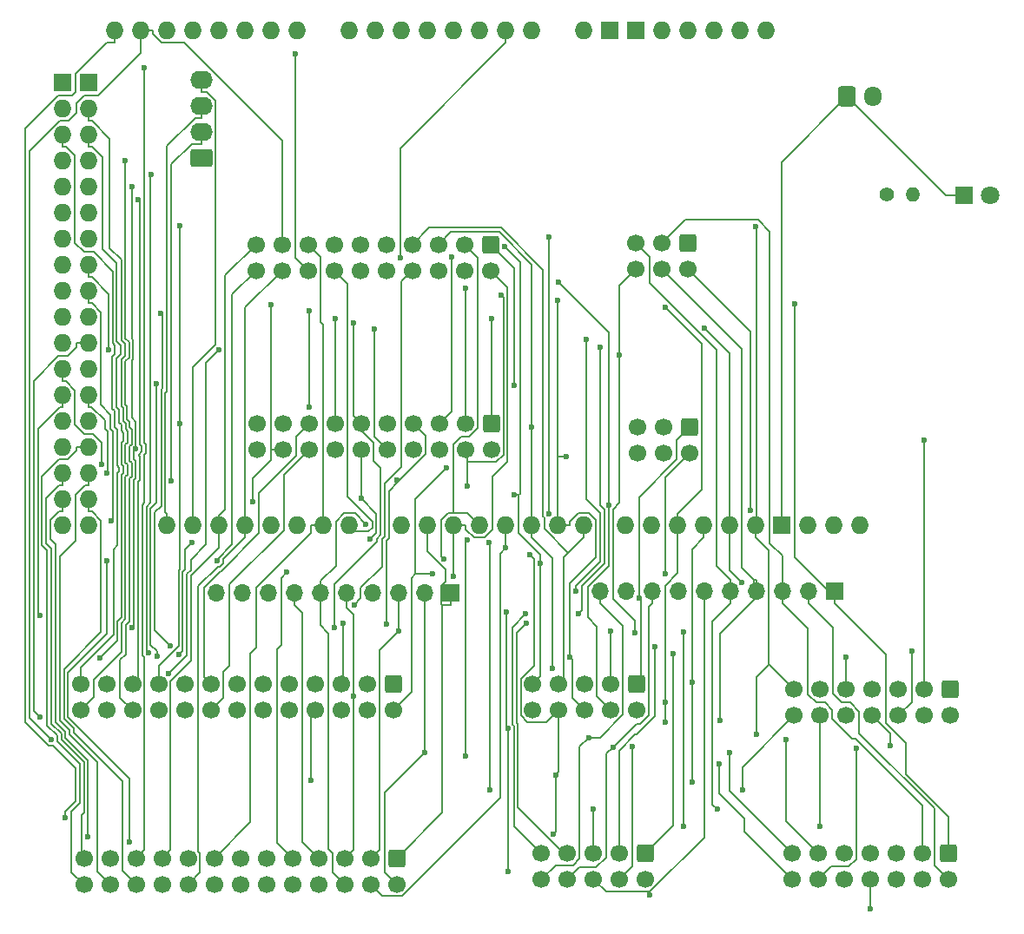
<source format=gbr>
%TF.GenerationSoftware,KiCad,Pcbnew,9.0.0*%
%TF.CreationDate,2025-04-11T05:48:34+10:00*%
%TF.ProjectId,Cable Tester,4361626c-6520-4546-9573-7465722e6b69,rev?*%
%TF.SameCoordinates,Original*%
%TF.FileFunction,Copper,L2,Bot*%
%TF.FilePolarity,Positive*%
%FSLAX46Y46*%
G04 Gerber Fmt 4.6, Leading zero omitted, Abs format (unit mm)*
G04 Created by KiCad (PCBNEW 9.0.0) date 2025-04-11 05:48:34*
%MOMM*%
%LPD*%
G01*
G04 APERTURE LIST*
G04 Aperture macros list*
%AMRoundRect*
0 Rectangle with rounded corners*
0 $1 Rounding radius*
0 $2 $3 $4 $5 $6 $7 $8 $9 X,Y pos of 4 corners*
0 Add a 4 corners polygon primitive as box body*
4,1,4,$2,$3,$4,$5,$6,$7,$8,$9,$2,$3,0*
0 Add four circle primitives for the rounded corners*
1,1,$1+$1,$2,$3*
1,1,$1+$1,$4,$5*
1,1,$1+$1,$6,$7*
1,1,$1+$1,$8,$9*
0 Add four rect primitives between the rounded corners*
20,1,$1+$1,$2,$3,$4,$5,0*
20,1,$1+$1,$4,$5,$6,$7,0*
20,1,$1+$1,$6,$7,$8,$9,0*
20,1,$1+$1,$8,$9,$2,$3,0*%
G04 Aperture macros list end*
%TA.AperFunction,ComponentPad*%
%ADD10R,1.700000X1.700000*%
%TD*%
%TA.AperFunction,ComponentPad*%
%ADD11O,1.700000X1.700000*%
%TD*%
%TA.AperFunction,ComponentPad*%
%ADD12RoundRect,0.250000X-0.600000X0.600000X-0.600000X-0.600000X0.600000X-0.600000X0.600000X0.600000X0*%
%TD*%
%TA.AperFunction,ComponentPad*%
%ADD13C,1.700000*%
%TD*%
%TA.AperFunction,ComponentPad*%
%ADD14RoundRect,0.250000X-0.600000X-0.725000X0.600000X-0.725000X0.600000X0.725000X-0.600000X0.725000X0*%
%TD*%
%TA.AperFunction,ComponentPad*%
%ADD15O,1.700000X1.950000*%
%TD*%
%TA.AperFunction,ComponentPad*%
%ADD16O,1.727200X1.727200*%
%TD*%
%TA.AperFunction,ComponentPad*%
%ADD17R,1.727200X1.727200*%
%TD*%
%TA.AperFunction,ComponentPad*%
%ADD18RoundRect,0.250000X0.845000X-0.620000X0.845000X0.620000X-0.845000X0.620000X-0.845000X-0.620000X0*%
%TD*%
%TA.AperFunction,ComponentPad*%
%ADD19O,2.190000X1.740000*%
%TD*%
%TA.AperFunction,ComponentPad*%
%ADD20R,1.800000X1.800000*%
%TD*%
%TA.AperFunction,ComponentPad*%
%ADD21C,1.800000*%
%TD*%
%TA.AperFunction,ComponentPad*%
%ADD22C,1.400000*%
%TD*%
%TA.AperFunction,ComponentPad*%
%ADD23O,1.400000X1.400000*%
%TD*%
%TA.AperFunction,ViaPad*%
%ADD24C,0.600000*%
%TD*%
%TA.AperFunction,Conductor*%
%ADD25C,0.200000*%
%TD*%
G04 APERTURE END LIST*
D10*
%TO.P,J14,1,Pin_1*%
%TO.N,/PIN_R_01*%
X119025000Y-103025000D03*
D11*
%TO.P,J14,2,Pin_2*%
%TO.N,/PIN_R_02*%
X116485000Y-103025000D03*
%TO.P,J14,3,Pin_3*%
%TO.N,/PIN_R_03*%
X113945000Y-103025000D03*
%TO.P,J14,4,Pin_4*%
%TO.N,/PIN_R_04*%
X111405000Y-103025000D03*
%TO.P,J14,5,Pin_5*%
%TO.N,/PIN_R_05*%
X108865000Y-103025000D03*
%TO.P,J14,6,Pin_6*%
%TO.N,/PIN_R_06*%
X106325000Y-103025000D03*
%TO.P,J14,7,Pin_7*%
%TO.N,/PIN_R_07*%
X103785000Y-103025000D03*
%TO.P,J14,8,Pin_8*%
%TO.N,/PIN_R_08*%
X101245000Y-103025000D03*
%TO.P,J14,9,Pin_9*%
%TO.N,/PIN_R_09*%
X98705000Y-103025000D03*
%TO.P,J14,10,Pin_10*%
%TO.N,/PIN_R_10*%
X96165000Y-103025000D03*
%TD*%
D12*
%TO.P,J6,1,Pin_1*%
%TO.N,/PIN_01*%
X85466000Y-69181000D03*
D13*
%TO.P,J6,2,Pin_2*%
%TO.N,/PIN_02*%
X85466000Y-71721000D03*
%TO.P,J6,3,Pin_3*%
%TO.N,/PIN_03*%
X82926000Y-69181000D03*
%TO.P,J6,4,Pin_4*%
%TO.N,/PIN_04*%
X82926000Y-71721000D03*
%TO.P,J6,5,Pin_5*%
%TO.N,/PIN_05*%
X80386000Y-69181000D03*
%TO.P,J6,6,Pin_6*%
%TO.N,/PIN_06*%
X80386000Y-71721000D03*
%TO.P,J6,7,Pin_7*%
%TO.N,/PIN_07*%
X77846000Y-69181000D03*
%TO.P,J6,8,Pin_8*%
%TO.N,/PIN_08*%
X77846000Y-71721000D03*
%TO.P,J6,9,Pin_9*%
%TO.N,/PIN_09*%
X75306000Y-69181000D03*
%TO.P,J6,10,Pin_10*%
%TO.N,/PIN_10*%
X75306000Y-71721000D03*
%TO.P,J6,11,Pin_11*%
%TO.N,/PIN_11*%
X72766000Y-69181000D03*
%TO.P,J6,12,Pin_12*%
%TO.N,/PIN_12*%
X72766000Y-71721000D03*
%TO.P,J6,13,Pin_13*%
%TO.N,/PIN_13*%
X70226000Y-69181000D03*
%TO.P,J6,14,Pin_14*%
%TO.N,/PIN_14*%
X70226000Y-71721000D03*
%TO.P,J6,15,Pin_15*%
%TO.N,/PIN_15*%
X67686000Y-69181000D03*
%TO.P,J6,16,Pin_16*%
%TO.N,/PIN_16*%
X67686000Y-71721000D03*
%TO.P,J6,17,Pin_17*%
%TO.N,/PIN_17*%
X65146000Y-69181000D03*
%TO.P,J6,18,Pin_18*%
%TO.N,/PIN_18*%
X65146000Y-71721000D03*
%TO.P,J6,19,Pin_19*%
%TO.N,/PIN_19*%
X62606000Y-69181000D03*
%TO.P,J6,20,Pin_20*%
%TO.N,/PIN_20*%
X62606000Y-71721000D03*
%TD*%
D12*
%TO.P,J10,1,Pin_1*%
%TO.N,/PIN_R_01*%
X85586000Y-86641000D03*
D13*
%TO.P,J10,2,Pin_2*%
%TO.N,/PIN_R_02*%
X85586000Y-89181000D03*
%TO.P,J10,3,Pin_3*%
%TO.N,/PIN_R_03*%
X83046000Y-86641000D03*
%TO.P,J10,4,Pin_4*%
%TO.N,/PIN_R_04*%
X83046000Y-89181000D03*
%TO.P,J10,5,Pin_5*%
%TO.N,/PIN_R_05*%
X80506000Y-86641000D03*
%TO.P,J10,6,Pin_6*%
%TO.N,/PIN_R_06*%
X80506000Y-89181000D03*
%TO.P,J10,7,Pin_7*%
%TO.N,/PIN_R_07*%
X77966000Y-86641000D03*
%TO.P,J10,8,Pin_8*%
%TO.N,/PIN_R_08*%
X77966000Y-89181000D03*
%TO.P,J10,9,Pin_9*%
%TO.N,/PIN_R_09*%
X75426000Y-86641000D03*
%TO.P,J10,10,Pin_10*%
%TO.N,/PIN_R_10*%
X75426000Y-89181000D03*
%TO.P,J10,11,Pin_11*%
%TO.N,/PIN_R_11*%
X72886000Y-86641000D03*
%TO.P,J10,12,Pin_12*%
%TO.N,/PIN_R_12*%
X72886000Y-89181000D03*
%TO.P,J10,13,Pin_13*%
%TO.N,/PIN_R_13*%
X70346000Y-86641000D03*
%TO.P,J10,14,Pin_14*%
%TO.N,/PIN_R_14*%
X70346000Y-89181000D03*
%TO.P,J10,15,Pin_15*%
%TO.N,/PIN_R_15*%
X67806000Y-86641000D03*
%TO.P,J10,16,Pin_16*%
%TO.N,/PIN_R_16*%
X67806000Y-89181000D03*
%TO.P,J10,17,Pin_17*%
%TO.N,/PIN_R_17*%
X65266000Y-86641000D03*
%TO.P,J10,18,Pin_18*%
%TO.N,/PIN_R_18*%
X65266000Y-89181000D03*
%TO.P,J10,19,Pin_19*%
%TO.N,/PIN_R_19*%
X62726000Y-86641000D03*
%TO.P,J10,20,Pin_20*%
%TO.N,/PIN_R_20*%
X62726000Y-89181000D03*
%TD*%
D14*
%TO.P,J3,1,Pin_1*%
%TO.N,/GND*%
X120250000Y-54775000D03*
D15*
%TO.P,J3,2,Pin_2*%
%TO.N,/START TEST*%
X122750000Y-54775000D03*
%TD*%
D12*
%TO.P,J8,1,Pin_1*%
%TO.N,/PIN_R_01*%
X100582000Y-128566000D03*
D13*
%TO.P,J8,2,Pin_2*%
%TO.N,/PIN_R_02*%
X100582000Y-131106000D03*
%TO.P,J8,3,Pin_3*%
%TO.N,/PIN_R_03*%
X98042000Y-128566000D03*
%TO.P,J8,4,Pin_4*%
%TO.N,/PIN_R_04*%
X98042000Y-131106000D03*
%TO.P,J8,5,Pin_5*%
%TO.N,/PIN_R_05*%
X95502000Y-128566000D03*
%TO.P,J8,6,Pin_6*%
%TO.N,/PIN_R_06*%
X95502000Y-131106000D03*
%TO.P,J8,7,Pin_7*%
%TO.N,/PIN_R_07*%
X92962000Y-128566000D03*
%TO.P,J8,8,Pin_8*%
%TO.N,/PIN_R_08*%
X92962000Y-131106000D03*
%TO.P,J8,9,Pin_9*%
%TO.N,/PIN_R_09*%
X90422000Y-128566000D03*
%TO.P,J8,10,Pin_10*%
%TO.N,/PIN_R_10*%
X90422000Y-131106000D03*
%TD*%
D12*
%TO.P,J4,1,Pin_1*%
%TO.N,/PIN_01*%
X99742000Y-112066000D03*
D13*
%TO.P,J4,2,Pin_2*%
%TO.N,/PIN_02*%
X99742000Y-114606000D03*
%TO.P,J4,3,Pin_3*%
%TO.N,/PIN_03*%
X97202000Y-112066000D03*
%TO.P,J4,4,Pin_4*%
%TO.N,/PIN_04*%
X97202000Y-114606000D03*
%TO.P,J4,5,Pin_5*%
%TO.N,/PIN_05*%
X94662000Y-112066000D03*
%TO.P,J4,6,Pin_6*%
%TO.N,/PIN_06*%
X94662000Y-114606000D03*
%TO.P,J4,7,Pin_7*%
%TO.N,/PIN_07*%
X92122000Y-112066000D03*
%TO.P,J4,8,Pin_8*%
%TO.N,/PIN_08*%
X92122000Y-114606000D03*
%TO.P,J4,9,Pin_9*%
%TO.N,/PIN_09*%
X89582000Y-112066000D03*
%TO.P,J4,10,Pin_10*%
%TO.N,/PIN_10*%
X89582000Y-114606000D03*
%TD*%
D12*
%TO.P,J1,1,Pin_1*%
%TO.N,/PIN_01*%
X104890000Y-86985000D03*
D13*
%TO.P,J1,2,Pin_2*%
%TO.N,/PIN_02*%
X104890000Y-89525000D03*
%TO.P,J1,3,Pin_3*%
%TO.N,/PIN_03*%
X102350000Y-86985000D03*
%TO.P,J1,4,Pin_4*%
%TO.N,/PIN_04*%
X102350000Y-89525000D03*
%TO.P,J1,5,Pin_5*%
%TO.N,/PIN_05*%
X99810000Y-86985000D03*
%TO.P,J1,6,Pin_6*%
%TO.N,/PIN_06*%
X99810000Y-89525000D03*
%TD*%
D16*
%TO.P,A1,*%
%TO.N,*%
X112356000Y-48340000D03*
%TO.P,A1,3V3,3.3V*%
%TO.N,unconnected-(A1-3.3V-Pad3V3)*%
X104736000Y-48340000D03*
%TO.P,A1,5V1,5V*%
%TO.N,/+5V*%
X102196000Y-48340000D03*
%TO.P,A1,5V3,5V*%
X46316000Y-96600000D03*
%TO.P,A1,5V4,5V*%
X43776000Y-96600000D03*
%TO.P,A1,A0,A0*%
%TO.N,/START TEST*%
X89496000Y-48340000D03*
%TO.P,A1,A1,A1*%
%TO.N,/PIN_20*%
X86956000Y-48340000D03*
%TO.P,A1,A2,A2*%
%TO.N,/PIN_21*%
X84416000Y-48340000D03*
%TO.P,A1,A3,A3*%
%TO.N,unconnected-(A1-PadA3)*%
X81876000Y-48340000D03*
%TO.P,A1,A4,A4*%
%TO.N,unconnected-(A1-PadA4)*%
X79336000Y-48340000D03*
%TO.P,A1,A5,A5*%
%TO.N,unconnected-(A1-PadA5)*%
X76796000Y-48340000D03*
%TO.P,A1,A6,A6*%
%TO.N,unconnected-(A1-PadA6)*%
X74256000Y-48340000D03*
%TO.P,A1,A7,A7*%
%TO.N,unconnected-(A1-PadA7)*%
X71716000Y-48340000D03*
%TO.P,A1,A8,A8*%
%TO.N,unconnected-(A1-PadA8)*%
X66636000Y-48340000D03*
%TO.P,A1,A9,A9*%
%TO.N,unconnected-(A1-PadA9)*%
X64096000Y-48340000D03*
%TO.P,A1,A10,A10*%
%TO.N,unconnected-(A1-PadA10)*%
X61556000Y-48340000D03*
%TO.P,A1,A11,A11*%
%TO.N,unconnected-(A1-PadA11)*%
X59016000Y-48340000D03*
%TO.P,A1,A12,A12*%
%TO.N,unconnected-(A1-PadA12)*%
X56476000Y-48340000D03*
%TO.P,A1,A13,A13*%
%TO.N,unconnected-(A1-PadA13)*%
X53936000Y-48340000D03*
%TO.P,A1,A14,A14*%
%TO.N,/PIN_17*%
X51396000Y-48340000D03*
%TO.P,A1,A15,A15*%
%TO.N,/PIN_16*%
X48856000Y-48340000D03*
%TO.P,A1,AREF,AREF*%
%TO.N,unconnected-(A1-PadAREF)*%
X116420000Y-96600000D03*
%TO.P,A1,D0,D0/RX0*%
%TO.N,unconnected-(A1-D0{slash}RX0-PadD0)*%
X76796000Y-96600000D03*
%TO.P,A1,D1,D1/TX0*%
%TO.N,/PIN_01*%
X79336000Y-96600000D03*
%TO.P,A1,D2,D2_INT0*%
%TO.N,/PIN_02*%
X81876000Y-96600000D03*
%TO.P,A1,D3,D3_INT1*%
%TO.N,/PIN_03*%
X84416000Y-96600000D03*
%TO.P,A1,D4,D4*%
%TO.N,/PIN_04*%
X86956000Y-96600000D03*
%TO.P,A1,D5,D5*%
%TO.N,/PIN_05*%
X89496000Y-96600000D03*
%TO.P,A1,D6,D6*%
%TO.N,/PIN_06*%
X92036000Y-96600000D03*
%TO.P,A1,D7,D7*%
%TO.N,/PIN_07*%
X94576000Y-96600000D03*
%TO.P,A1,D8,D8*%
%TO.N,/PIN_08*%
X98640000Y-96600000D03*
%TO.P,A1,D9,D9*%
%TO.N,/PIN_09*%
X101180000Y-96600000D03*
%TO.P,A1,D10,D10*%
%TO.N,/PIN_10*%
X103720000Y-96600000D03*
%TO.P,A1,D11,D11*%
%TO.N,/PIN_11*%
X106260000Y-96600000D03*
%TO.P,A1,D12,D12*%
%TO.N,/PIN_12*%
X108800000Y-96600000D03*
%TO.P,A1,D13,D13*%
%TO.N,/PIN_13*%
X111340000Y-96600000D03*
%TO.P,A1,D14,D14/TX3*%
%TO.N,/PIN_14*%
X71716000Y-96600000D03*
%TO.P,A1,D15,D15/RX3*%
%TO.N,/PIN_15*%
X69176000Y-96600000D03*
%TO.P,A1,D16,D16/TX2*%
%TO.N,unconnected-(A1-D16{slash}TX2-PadD16)*%
X66636000Y-96600000D03*
%TO.P,A1,D17,D17/RX2*%
%TO.N,unconnected-(A1-D17{slash}RX2-PadD17)*%
X64096000Y-96600000D03*
%TO.P,A1,D18,D18/TX1*%
%TO.N,/PIN_18*%
X61556000Y-96600000D03*
%TO.P,A1,D19,D19/RX1*%
%TO.N,/PIN_19*%
X59016000Y-96600000D03*
%TO.P,A1,D20,D20/SDA*%
%TO.N,/SDA*%
X56476000Y-96600000D03*
%TO.P,A1,D21,D21/SCL*%
%TO.N,/SCL*%
X53936000Y-96600000D03*
%TO.P,A1,D22,D22*%
%TO.N,/PIN_22*%
X46316000Y-94060000D03*
%TO.P,A1,D23,D23*%
%TO.N,/PIN_23*%
X43776000Y-94060000D03*
%TO.P,A1,D24,D24*%
%TO.N,/PIN_24*%
X46316000Y-91520000D03*
%TO.P,A1,D25,D25*%
%TO.N,/PIN_25*%
X43776000Y-91520000D03*
%TO.P,A1,D26,D26*%
%TO.N,/PIN_26*%
X46316000Y-88980000D03*
%TO.P,A1,D27,D27*%
%TO.N,/PIN_R_01*%
X43776000Y-88980000D03*
%TO.P,A1,D28,D28*%
%TO.N,/PIN_R_02*%
X46316000Y-86440000D03*
%TO.P,A1,D29,D29*%
%TO.N,/PIN_R_03*%
X43776000Y-86440000D03*
%TO.P,A1,D30,D30*%
%TO.N,/PIN_R_04*%
X46316000Y-83900000D03*
%TO.P,A1,D31,D31*%
%TO.N,/PIN_R_05*%
X43776000Y-83900000D03*
%TO.P,A1,D32,D32*%
%TO.N,/PIN_R_06*%
X46316000Y-81360000D03*
%TO.P,A1,D33,D33*%
%TO.N,/PIN_R_07*%
X43776000Y-81360000D03*
%TO.P,A1,D34,D34*%
%TO.N,/PIN_R_08*%
X46316000Y-78820000D03*
%TO.P,A1,D35,D35*%
%TO.N,/PIN_R_09*%
X43776000Y-78820000D03*
%TO.P,A1,D36,D36*%
%TO.N,/PIN_R_10*%
X46316000Y-76280000D03*
%TO.P,A1,D37,D37*%
%TO.N,/PIN_R_11*%
X43776000Y-76280000D03*
%TO.P,A1,D38,D38*%
%TO.N,/PIN_R_12*%
X46316000Y-73740000D03*
%TO.P,A1,D39,D39*%
%TO.N,/PIN_R_13*%
X43776000Y-73740000D03*
%TO.P,A1,D40,D40*%
%TO.N,/PIN_R_14*%
X46316000Y-71200000D03*
%TO.P,A1,D41,D41*%
%TO.N,/PIN_R_15*%
X43776000Y-71200000D03*
%TO.P,A1,D42,D42*%
%TO.N,/PIN_R_16*%
X46316000Y-68660000D03*
%TO.P,A1,D43,D43*%
%TO.N,/PIN_R_17*%
X43776000Y-68660000D03*
%TO.P,A1,D44,D44*%
%TO.N,/PIN_R_18*%
X46316000Y-66120000D03*
%TO.P,A1,D45,D45*%
%TO.N,/PIN_R_19*%
X43776000Y-66120000D03*
%TO.P,A1,D46,D46*%
%TO.N,/PIN_R_20*%
X46316000Y-63580000D03*
%TO.P,A1,D47,D47*%
%TO.N,/PIN_R_21*%
X43776000Y-63580000D03*
%TO.P,A1,D48,D48*%
%TO.N,/PIN_R_22*%
X46316000Y-61040000D03*
%TO.P,A1,D49,D49*%
%TO.N,/PIN_R_23*%
X43776000Y-61040000D03*
%TO.P,A1,D50,D50_MISO*%
%TO.N,/PIN_R_24*%
X46316000Y-58500000D03*
%TO.P,A1,D51,D51_MOSI*%
%TO.N,/PIN_R_25*%
X43776000Y-58500000D03*
%TO.P,A1,D52,D52_SCK*%
%TO.N,/PIN_R_26*%
X46316000Y-55960000D03*
%TO.P,A1,D53,D53_CS*%
%TO.N,unconnected-(A1-D53_CS-PadD53)*%
X43776000Y-55960000D03*
D17*
%TO.P,A1,GND1,GND*%
%TO.N,/GND*%
X113880000Y-96600000D03*
%TO.P,A1,GND2,GND*%
X99656000Y-48340000D03*
%TO.P,A1,GND3,GND*%
X97116000Y-48340000D03*
%TO.P,A1,GND5,GND*%
X46316000Y-53420000D03*
%TO.P,A1,GND6,GND*%
X43776000Y-53420000D03*
D16*
%TO.P,A1,IORF,IOREF*%
%TO.N,unconnected-(A1-IOREF-PadIORF)*%
X109816000Y-48340000D03*
%TO.P,A1,RST1,RESET*%
%TO.N,unconnected-(A1-RESET-PadRST1)*%
X107276000Y-48340000D03*
%TO.P,A1,SCL,SCL*%
%TO.N,unconnected-(A1-PadSCL)*%
X121500000Y-96600000D03*
%TO.P,A1,SDA,SDA*%
%TO.N,unconnected-(A1-PadSDA)*%
X118960000Y-96600000D03*
%TO.P,A1,VIN,VIN*%
%TO.N,unconnected-(A1-PadVIN)*%
X94576000Y-48340000D03*
%TD*%
D12*
%TO.P,J9,1,Pin_1*%
%TO.N,/PIN_R_01*%
X130122000Y-128606000D03*
D13*
%TO.P,J9,2,Pin_2*%
%TO.N,/PIN_R_02*%
X130122000Y-131146000D03*
%TO.P,J9,3,Pin_3*%
%TO.N,/PIN_R_03*%
X127582000Y-128606000D03*
%TO.P,J9,4,Pin_4*%
%TO.N,/PIN_R_04*%
X127582000Y-131146000D03*
%TO.P,J9,5,Pin_5*%
%TO.N,/PIN_R_05*%
X125042000Y-128606000D03*
%TO.P,J9,6,Pin_6*%
%TO.N,/PIN_R_06*%
X125042000Y-131146000D03*
%TO.P,J9,7,Pin_7*%
%TO.N,/PIN_R_07*%
X122502000Y-128606000D03*
%TO.P,J9,8,Pin_8*%
%TO.N,/PIN_R_08*%
X122502000Y-131146000D03*
%TO.P,J9,9,Pin_9*%
%TO.N,/PIN_R_09*%
X119962000Y-128606000D03*
%TO.P,J9,10,Pin_10*%
%TO.N,/PIN_R_10*%
X119962000Y-131146000D03*
%TO.P,J9,11,Pin_11*%
%TO.N,/PIN_R_11*%
X117422000Y-128606000D03*
%TO.P,J9,12,Pin_12*%
%TO.N,/PIN_R_12*%
X117422000Y-131146000D03*
%TO.P,J9,13,Pin_13*%
%TO.N,/PIN_R_13*%
X114882000Y-128606000D03*
%TO.P,J9,14,Pin_14*%
%TO.N,/PIN_R_14*%
X114882000Y-131146000D03*
%TD*%
D12*
%TO.P,J2,1,Pin_1*%
%TO.N,/PIN_R_01*%
X104706000Y-69025000D03*
D13*
%TO.P,J2,2,Pin_2*%
%TO.N,/PIN_R_02*%
X104706000Y-71565000D03*
%TO.P,J2,3,Pin_3*%
%TO.N,/PIN_R_03*%
X102166000Y-69025000D03*
%TO.P,J2,4,Pin_4*%
%TO.N,/PIN_R_04*%
X102166000Y-71565000D03*
%TO.P,J2,5,Pin_5*%
%TO.N,/PIN_R_05*%
X99626000Y-69025000D03*
%TO.P,J2,6,Pin_6*%
%TO.N,/PIN_R_06*%
X99626000Y-71565000D03*
%TD*%
D12*
%TO.P,J7,1,Pin_1*%
%TO.N,/PIN_01*%
X76322000Y-129066000D03*
D13*
%TO.P,J7,2,Pin_2*%
%TO.N,/PIN_02*%
X76322000Y-131606000D03*
%TO.P,J7,3,Pin_3*%
%TO.N,/PIN_03*%
X73782000Y-129066000D03*
%TO.P,J7,4,Pin_4*%
%TO.N,/PIN_04*%
X73782000Y-131606000D03*
%TO.P,J7,5,Pin_5*%
%TO.N,/PIN_05*%
X71242000Y-129066000D03*
%TO.P,J7,6,Pin_6*%
%TO.N,/PIN_06*%
X71242000Y-131606000D03*
%TO.P,J7,7,Pin_7*%
%TO.N,/PIN_07*%
X68702000Y-129066000D03*
%TO.P,J7,8,Pin_8*%
%TO.N,/PIN_08*%
X68702000Y-131606000D03*
%TO.P,J7,9,Pin_9*%
%TO.N,/PIN_09*%
X66162000Y-129066000D03*
%TO.P,J7,10,Pin_10*%
%TO.N,/PIN_10*%
X66162000Y-131606000D03*
%TO.P,J7,11,Pin_11*%
%TO.N,/PIN_11*%
X63622000Y-129066000D03*
%TO.P,J7,12,Pin_12*%
%TO.N,/PIN_12*%
X63622000Y-131606000D03*
%TO.P,J7,13,Pin_13*%
%TO.N,/PIN_13*%
X61082000Y-129066000D03*
%TO.P,J7,14,Pin_14*%
%TO.N,/PIN_14*%
X61082000Y-131606000D03*
%TO.P,J7,15,Pin_15*%
%TO.N,/PIN_15*%
X58542000Y-129066000D03*
%TO.P,J7,16,Pin_16*%
%TO.N,/PIN_16*%
X58542000Y-131606000D03*
%TO.P,J7,17,Pin_17*%
%TO.N,/PIN_17*%
X56002000Y-129066000D03*
%TO.P,J7,18,Pin_18*%
%TO.N,/PIN_18*%
X56002000Y-131606000D03*
%TO.P,J7,19,Pin_19*%
%TO.N,/PIN_19*%
X53462000Y-129066000D03*
%TO.P,J7,20,Pin_20*%
%TO.N,/PIN_20*%
X53462000Y-131606000D03*
%TO.P,J7,21,Pin_21*%
%TO.N,/PIN_21*%
X50922000Y-129066000D03*
%TO.P,J7,22,Pin_22*%
%TO.N,/PIN_22*%
X50922000Y-131606000D03*
%TO.P,J7,23,Pin_23*%
%TO.N,/PIN_23*%
X48382000Y-129066000D03*
%TO.P,J7,24,Pin_24*%
%TO.N,/PIN_24*%
X48382000Y-131606000D03*
%TO.P,J7,25,Pin_25*%
%TO.N,/PIN_25*%
X45842000Y-129066000D03*
%TO.P,J7,26,Pin_26*%
%TO.N,/PIN_26*%
X45842000Y-131606000D03*
%TD*%
D18*
%TO.P,J15,1,Pin_1*%
%TO.N,/GND*%
X57275000Y-60750000D03*
D19*
%TO.P,J15,2,Pin_2*%
%TO.N,/+5V*%
X57275000Y-58210000D03*
%TO.P,J15,3,Pin_3*%
%TO.N,/SCL*%
X57275000Y-55670000D03*
%TO.P,J15,4,Pin_4*%
%TO.N,/SDA*%
X57275000Y-53130000D03*
%TD*%
D12*
%TO.P,J5,1,Pin_1*%
%TO.N,/PIN_01*%
X130322000Y-112606000D03*
D13*
%TO.P,J5,2,Pin_2*%
%TO.N,/PIN_02*%
X130322000Y-115146000D03*
%TO.P,J5,3,Pin_3*%
%TO.N,/PIN_03*%
X127782000Y-112606000D03*
%TO.P,J5,4,Pin_4*%
%TO.N,/PIN_04*%
X127782000Y-115146000D03*
%TO.P,J5,5,Pin_5*%
%TO.N,/PIN_05*%
X125242000Y-112606000D03*
%TO.P,J5,6,Pin_6*%
%TO.N,/PIN_06*%
X125242000Y-115146000D03*
%TO.P,J5,7,Pin_7*%
%TO.N,/PIN_07*%
X122702000Y-112606000D03*
%TO.P,J5,8,Pin_8*%
%TO.N,/PIN_08*%
X122702000Y-115146000D03*
%TO.P,J5,9,Pin_9*%
%TO.N,/PIN_09*%
X120162000Y-112606000D03*
%TO.P,J5,10,Pin_10*%
%TO.N,/PIN_10*%
X120162000Y-115146000D03*
%TO.P,J5,11,Pin_11*%
%TO.N,/PIN_11*%
X117622000Y-112606000D03*
%TO.P,J5,12,Pin_12*%
%TO.N,/PIN_12*%
X117622000Y-115146000D03*
%TO.P,J5,13,Pin_13*%
%TO.N,/PIN_13*%
X115082000Y-112606000D03*
%TO.P,J5,14,Pin_14*%
%TO.N,/PIN_14*%
X115082000Y-115146000D03*
%TD*%
D20*
%TO.P,D15,1,K*%
%TO.N,/GND*%
X131660000Y-64425000D03*
D21*
%TO.P,D15,2,A*%
%TO.N,Net-(D15-A)*%
X134200000Y-64425000D03*
%TD*%
D10*
%TO.P,J13,1,Pin_1*%
%TO.N,/PIN_01*%
X81590000Y-103175000D03*
D11*
%TO.P,J13,2,Pin_2*%
%TO.N,/PIN_02*%
X79050000Y-103175000D03*
%TO.P,J13,3,Pin_3*%
%TO.N,/PIN_03*%
X76510000Y-103175000D03*
%TO.P,J13,4,Pin_4*%
%TO.N,/PIN_04*%
X73970000Y-103175000D03*
%TO.P,J13,5,Pin_5*%
%TO.N,/PIN_05*%
X71430000Y-103175000D03*
%TO.P,J13,6,Pin_6*%
%TO.N,/PIN_06*%
X68890000Y-103175000D03*
%TO.P,J13,7,Pin_7*%
%TO.N,/PIN_07*%
X66350000Y-103175000D03*
%TO.P,J13,8,Pin_8*%
%TO.N,/PIN_08*%
X63810000Y-103175000D03*
%TO.P,J13,9,Pin_9*%
%TO.N,/PIN_09*%
X61270000Y-103175000D03*
%TO.P,J13,10,Pin_10*%
%TO.N,/PIN_10*%
X58730000Y-103175000D03*
%TD*%
D12*
%TO.P,J11,1,Pin_1*%
%TO.N,/PIN_R_01*%
X75982000Y-112066000D03*
D13*
%TO.P,J11,2,Pin_2*%
%TO.N,/PIN_R_02*%
X75982000Y-114606000D03*
%TO.P,J11,3,Pin_3*%
%TO.N,/PIN_R_03*%
X73442000Y-112066000D03*
%TO.P,J11,4,Pin_4*%
%TO.N,/PIN_R_04*%
X73442000Y-114606000D03*
%TO.P,J11,5,Pin_5*%
%TO.N,/PIN_R_05*%
X70902000Y-112066000D03*
%TO.P,J11,6,Pin_6*%
%TO.N,/PIN_R_06*%
X70902000Y-114606000D03*
%TO.P,J11,7,Pin_7*%
%TO.N,/PIN_R_07*%
X68362000Y-112066000D03*
%TO.P,J11,8,Pin_8*%
%TO.N,/PIN_R_08*%
X68362000Y-114606000D03*
%TO.P,J11,9,Pin_9*%
%TO.N,/PIN_R_09*%
X65822000Y-112066000D03*
%TO.P,J11,10,Pin_10*%
%TO.N,/PIN_R_10*%
X65822000Y-114606000D03*
%TO.P,J11,11,Pin_11*%
%TO.N,/PIN_R_11*%
X63282000Y-112066000D03*
%TO.P,J11,12,Pin_12*%
%TO.N,/PIN_R_12*%
X63282000Y-114606000D03*
%TO.P,J11,13,Pin_13*%
%TO.N,/PIN_R_13*%
X60742000Y-112066000D03*
%TO.P,J11,14,Pin_14*%
%TO.N,/PIN_R_14*%
X60742000Y-114606000D03*
%TO.P,J11,15,Pin_15*%
%TO.N,/PIN_R_15*%
X58202000Y-112066000D03*
%TO.P,J11,16,Pin_16*%
%TO.N,/PIN_R_16*%
X58202000Y-114606000D03*
%TO.P,J11,17,Pin_17*%
%TO.N,/PIN_R_17*%
X55662000Y-112066000D03*
%TO.P,J11,18,Pin_18*%
%TO.N,/PIN_R_18*%
X55662000Y-114606000D03*
%TO.P,J11,19,Pin_19*%
%TO.N,/PIN_R_19*%
X53122000Y-112066000D03*
%TO.P,J11,20,Pin_20*%
%TO.N,/PIN_R_20*%
X53122000Y-114606000D03*
%TO.P,J11,21,Pin_21*%
%TO.N,/PIN_R_21*%
X50582000Y-112066000D03*
%TO.P,J11,22,Pin_22*%
%TO.N,/PIN_R_22*%
X50582000Y-114606000D03*
%TO.P,J11,23,Pin_23*%
%TO.N,/PIN_R_23*%
X48042000Y-112066000D03*
%TO.P,J11,24,Pin_24*%
%TO.N,/PIN_R_24*%
X48042000Y-114606000D03*
%TO.P,J11,25,Pin_25*%
%TO.N,/PIN_R_25*%
X45502000Y-112066000D03*
%TO.P,J11,26,Pin_26*%
%TO.N,/PIN_R_26*%
X45502000Y-114606000D03*
%TD*%
D22*
%TO.P,R15,1*%
%TO.N,/+5V*%
X124133900Y-64303400D03*
D23*
%TO.P,R15,2*%
%TO.N,Net-(D15-A)*%
X126673900Y-64303400D03*
%TD*%
D24*
%TO.N,/+5V*%
X54381500Y-92226800D03*
%TO.N,/PIN_R_24*%
X47419400Y-109544000D03*
%TO.N,/PIN_R_23*%
X52138500Y-109002000D03*
X52360300Y-62323900D03*
%TO.N,/PIN_R_21*%
X51129500Y-64850000D03*
%TO.N,/PIN_R_22*%
X49896500Y-61040000D03*
%TO.N,/PIN_R_16*%
X67826000Y-75657400D03*
X67826000Y-85071400D03*
%TO.N,/PIN_R_20*%
X50499700Y-63580000D03*
X50900000Y-89116900D03*
X50527800Y-106530000D03*
%TO.N,/PIN_R_18*%
X64078300Y-75022300D03*
X55121900Y-109155000D03*
X56407900Y-98253500D03*
X62273800Y-94264900D03*
%TO.N,/PIN_R_17*%
X52959400Y-109364000D03*
X52918700Y-82724900D03*
%TO.N,/PIN_R_19*%
X55206000Y-86641000D03*
X55206000Y-67390000D03*
%TO.N,/PIN_R_12*%
X121125000Y-118319000D03*
X83005000Y-119053000D03*
X83227300Y-98023200D03*
X73764200Y-97960100D03*
X48481800Y-96145500D03*
X72886000Y-93977700D03*
%TO.N,/PIN_R_11*%
X72125700Y-76855200D03*
X70230900Y-106515000D03*
X114256000Y-117517000D03*
%TO.N,/PIN_R_13*%
X108776000Y-118750000D03*
X70346000Y-76428900D03*
X53349400Y-75914700D03*
X54242700Y-108333000D03*
%TO.N,/PIN_R_14*%
X107741000Y-119805000D03*
X48239100Y-79455000D03*
X59007900Y-79455000D03*
X54097500Y-111066000D03*
%TO.N,/PIN_R_08*%
X97427900Y-118208000D03*
X122502000Y-133971000D03*
X67948100Y-121464000D03*
X41563200Y-115260000D03*
%TO.N,/PIN_R_10*%
X74163800Y-77468200D03*
X95062700Y-117272000D03*
X93806600Y-103025000D03*
X94828800Y-78477500D03*
%TO.N,/PIN_R_07*%
X89012600Y-106104000D03*
X75312500Y-106228000D03*
X47546800Y-90601600D03*
X76342100Y-92188300D03*
%TO.N,/PIN_R_09*%
X88927900Y-105212000D03*
X94066700Y-105212000D03*
X96176600Y-79219700D03*
%TO.N,/PIN_R_02*%
X79791300Y-101326000D03*
X81165600Y-90989100D03*
X110796000Y-95137700D03*
%TO.N,/PIN_R_04*%
X99276000Y-118162000D03*
X107853000Y-115609000D03*
X86513200Y-74113500D03*
X83227200Y-92790000D03*
X48076000Y-91442700D03*
%TO.N,/PIN_R_05*%
X81656000Y-70399800D03*
X95502000Y-124213000D03*
X107562000Y-124279000D03*
X41546500Y-105408000D03*
X71074500Y-106104000D03*
%TO.N,/PIN_R_03*%
X101469000Y-108450000D03*
X83046000Y-73488100D03*
%TO.N,/PIN_R_06*%
X98037600Y-80006500D03*
X101017000Y-132614000D03*
X99524600Y-107104000D03*
%TO.N,/PIN_R_01*%
X85586000Y-76398300D03*
X103316000Y-109052000D03*
X115106000Y-74973600D03*
%TO.N,/PIN_23*%
X46235200Y-126951000D03*
%TO.N,/PIN_21*%
X51746800Y-51940000D03*
%TO.N,/PIN_20*%
X76683600Y-70487000D03*
X50258000Y-127447000D03*
X48101200Y-100037000D03*
X58829400Y-100037000D03*
%TO.N,/PIN_17*%
X42617900Y-117447000D03*
%TO.N,/PIN_16*%
X66416000Y-50606300D03*
X44026600Y-125093000D03*
%TO.N,/PIN_14*%
X110067000Y-122389000D03*
X85408500Y-122389000D03*
X85355300Y-98248500D03*
%TO.N,/PIN_13*%
X111398000Y-117001000D03*
X111340000Y-67400100D03*
%TO.N,/PIN_12*%
X106331000Y-77310700D03*
X117622000Y-125916000D03*
X104262200Y-125916000D03*
X104262200Y-107003500D03*
X109957600Y-102148000D03*
%TO.N,/PIN_11*%
X105130000Y-111863000D03*
X105130000Y-121622000D03*
X91195400Y-95434700D03*
X91195400Y-68429400D03*
%TO.N,/PIN_10*%
X87156100Y-116382000D03*
X87156100Y-130336000D03*
X102497000Y-75282000D03*
X87040000Y-105007000D03*
X102491000Y-113840000D03*
X102491000Y-115774000D03*
%TO.N,/PIN_09*%
X90317700Y-100302000D03*
X120162000Y-109454000D03*
X86871400Y-69397500D03*
X87794500Y-93637300D03*
X65628100Y-101144000D03*
%TO.N,/PIN_08*%
X89326000Y-99469100D03*
X124480000Y-118104000D03*
X91846400Y-120920000D03*
X72182100Y-104346000D03*
X91610200Y-126674000D03*
%TO.N,/PIN_06*%
X92036000Y-74650300D03*
X73343600Y-96506600D03*
X92863500Y-89864900D03*
X93219300Y-109453000D03*
X126579000Y-108830000D03*
%TO.N,/PIN_05*%
X89496000Y-86985000D03*
X91527500Y-110555000D03*
X72080500Y-113278000D03*
%TO.N,/PIN_04*%
X86956000Y-98803600D03*
X96993200Y-94589500D03*
X92066400Y-72870100D03*
%TO.N,/PIN_03*%
X80900300Y-99830100D03*
X127782000Y-88255500D03*
X76510000Y-106864000D03*
X97202000Y-106864000D03*
%TO.N,/PIN_02*%
X102491000Y-101331000D03*
X81876000Y-101544000D03*
X79050000Y-118752000D03*
%TO.N,/PIN_01*%
X99935100Y-103713000D03*
X87775900Y-82953600D03*
%TD*%
D25*
%TO.N,/SCL*%
X57275000Y-56841700D02*
X57275000Y-55670000D01*
X56689200Y-56841700D02*
X57275000Y-56841700D01*
X53951100Y-59579800D02*
X56689200Y-56841700D01*
X53951100Y-83520200D02*
X53951100Y-59579800D01*
X53779700Y-83691600D02*
X53951100Y-83520200D01*
X53779700Y-95278400D02*
X53779700Y-83691600D01*
X53936000Y-95434700D02*
X53779700Y-95278400D01*
X53936000Y-96600000D02*
X53936000Y-95434700D01*
%TO.N,/SDA*%
X56476000Y-81136100D02*
X56476000Y-96600000D01*
X58680100Y-78932000D02*
X56476000Y-81136100D01*
X58680100Y-55173900D02*
X58680100Y-78932000D01*
X57807900Y-54301700D02*
X58680100Y-55173900D01*
X57275000Y-54301700D02*
X57807900Y-54301700D01*
X57275000Y-53130000D02*
X57275000Y-54301700D01*
%TO.N,/+5V*%
X54381500Y-61334000D02*
X54381500Y-92226800D01*
X56333800Y-59381700D02*
X54381500Y-61334000D01*
X57275000Y-59381700D02*
X56333800Y-59381700D01*
X57275000Y-58210000D02*
X57275000Y-59381700D01*
%TO.N,/PIN_R_25*%
X43776000Y-59665300D02*
X43776000Y-58500000D01*
X44138200Y-59665300D02*
X43776000Y-59665300D01*
X44947500Y-60474600D02*
X44138200Y-59665300D01*
X44947500Y-69019700D02*
X44947500Y-60474600D01*
X45857800Y-69930000D02*
X44947500Y-69019700D01*
X46765100Y-69930000D02*
X45857800Y-69930000D01*
X48640800Y-71805700D02*
X46765100Y-69930000D01*
X48640800Y-78805800D02*
X48640800Y-71805700D01*
X48840800Y-79005800D02*
X48640800Y-78805800D01*
X48840800Y-79904200D02*
X48840800Y-79005800D01*
X48626200Y-80118800D02*
X48840800Y-79904200D01*
X48626200Y-85213200D02*
X48626200Y-80118800D01*
X48841600Y-85428600D02*
X48626200Y-85213200D01*
X48841600Y-86972500D02*
X48841600Y-85428600D01*
X49080200Y-87211100D02*
X48841600Y-86972500D01*
X49080200Y-90762800D02*
X49080200Y-87211100D01*
X49293400Y-90976000D02*
X49080200Y-90762800D01*
X49293400Y-91308600D02*
X49293400Y-90976000D01*
X49093300Y-91508700D02*
X49293400Y-91308600D01*
X49093300Y-98543300D02*
X49093300Y-91508700D01*
X48721000Y-98915600D02*
X49093300Y-98543300D01*
X48721000Y-107237000D02*
X48721000Y-98915600D01*
X45502000Y-110456000D02*
X48721000Y-107237000D01*
X45502000Y-112066000D02*
X45502000Y-110456000D01*
%TO.N,/PIN_R_24*%
X46316000Y-59665300D02*
X46316000Y-58500000D01*
X46678200Y-59665300D02*
X46316000Y-59665300D01*
X47692200Y-60679300D02*
X46678200Y-59665300D01*
X47692200Y-69662300D02*
X47692200Y-60679300D01*
X49042500Y-71012600D02*
X47692200Y-69662300D01*
X49042500Y-78639400D02*
X49042500Y-71012600D01*
X49442600Y-79039500D02*
X49042500Y-78639400D01*
X49442600Y-79870500D02*
X49442600Y-79039500D01*
X49041600Y-80271500D02*
X49442600Y-79870500D01*
X49041600Y-85060600D02*
X49041600Y-80271500D01*
X49243300Y-85262300D02*
X49041600Y-85060600D01*
X49243300Y-86531500D02*
X49243300Y-85262300D01*
X49496100Y-86784300D02*
X49243300Y-86531500D01*
X49496100Y-87366500D02*
X49496100Y-86784300D01*
X49696300Y-87566700D02*
X49496100Y-87366500D01*
X49696300Y-88314900D02*
X49696300Y-87566700D01*
X49494800Y-88516400D02*
X49696300Y-88314900D01*
X49494800Y-90609400D02*
X49494800Y-88516400D01*
X49695100Y-90809700D02*
X49494800Y-90609400D01*
X49695100Y-91474900D02*
X49695100Y-90809700D01*
X49495000Y-91675000D02*
X49695100Y-91474900D01*
X49495000Y-98709600D02*
X49495000Y-91675000D01*
X49493600Y-98711000D02*
X49495000Y-98709600D01*
X49493600Y-105578000D02*
X49493600Y-98711000D01*
X49122700Y-105949000D02*
X49493600Y-105578000D01*
X49122700Y-107840000D02*
X49122700Y-105949000D01*
X47419400Y-109544000D02*
X49122700Y-107840000D01*
%TO.N,/PIN_R_26*%
X46316000Y-57125300D02*
X46316000Y-55960000D01*
X46607400Y-57125300D02*
X46316000Y-57125300D01*
X48362000Y-58879900D02*
X46607400Y-57125300D01*
X48362000Y-69563900D02*
X48362000Y-58879900D01*
X49494800Y-70696700D02*
X48362000Y-69563900D01*
X49494800Y-78523700D02*
X49494800Y-70696700D01*
X49844300Y-78873200D02*
X49494800Y-78523700D01*
X49844300Y-80036800D02*
X49844300Y-78873200D01*
X49494800Y-80386300D02*
X49844300Y-80036800D01*
X49494800Y-84945800D02*
X49494800Y-80386300D01*
X49645000Y-85096000D02*
X49494800Y-84945800D01*
X49645000Y-86365200D02*
X49645000Y-85096000D01*
X49897800Y-86618000D02*
X49645000Y-86365200D01*
X49897800Y-87200200D02*
X49897800Y-86618000D01*
X50098000Y-87400400D02*
X49897800Y-87200200D01*
X50098000Y-88481200D02*
X50098000Y-87400400D01*
X49896500Y-88682700D02*
X50098000Y-88481200D01*
X49896500Y-90443100D02*
X49896500Y-88682700D01*
X50096800Y-90643400D02*
X49896500Y-90443100D01*
X50096800Y-91641200D02*
X50096800Y-90643400D01*
X49896700Y-91841300D02*
X50096800Y-91641200D01*
X49896700Y-98875900D02*
X49896700Y-91841300D01*
X49895300Y-98877300D02*
X49896700Y-98875900D01*
X49895300Y-105744000D02*
X49895300Y-98877300D01*
X49524400Y-106115000D02*
X49895300Y-105744000D01*
X49524400Y-108910000D02*
X49524400Y-106115000D01*
X46772000Y-111662000D02*
X49524400Y-108910000D01*
X46772000Y-113336000D02*
X46772000Y-111662000D01*
X45502000Y-114606000D02*
X46772000Y-113336000D01*
%TO.N,/PIN_R_23*%
X51933000Y-108797000D02*
X52138500Y-109002000D01*
X51933000Y-94762700D02*
X51933000Y-108797000D01*
X52305100Y-94390600D02*
X51933000Y-94762700D01*
X52305100Y-62379100D02*
X52305100Y-94390600D01*
X52360300Y-62323900D02*
X52305100Y-62379100D01*
%TO.N,/PIN_R_21*%
X51303100Y-65023600D02*
X51129500Y-64850000D01*
X51303100Y-88669100D02*
X51303100Y-65023600D01*
X51501700Y-88867700D02*
X51303100Y-88669100D01*
X51501700Y-89366100D02*
X51501700Y-88867700D01*
X51190500Y-89677300D02*
X51501700Y-89366100D01*
X51190500Y-89759900D02*
X51190500Y-89677300D01*
X51301900Y-89871300D02*
X51190500Y-89759900D01*
X51301900Y-92140100D02*
X51301900Y-89871300D01*
X51129500Y-92312500D02*
X51301900Y-92140100D01*
X51129500Y-111518000D02*
X51129500Y-92312500D01*
X50582000Y-112066000D02*
X51129500Y-111518000D01*
%TO.N,/PIN_R_22*%
X49896500Y-78357400D02*
X49896500Y-61040000D01*
X50246000Y-78706900D02*
X49896500Y-78357400D01*
X50246000Y-80203100D02*
X50246000Y-78706900D01*
X49896500Y-80552600D02*
X50246000Y-80203100D01*
X49896500Y-84779500D02*
X49896500Y-80552600D01*
X50046700Y-84929700D02*
X49896500Y-84779500D01*
X50046700Y-86198900D02*
X50046700Y-84929700D01*
X50299500Y-86451700D02*
X50046700Y-86198900D01*
X50299500Y-87033900D02*
X50299500Y-86451700D01*
X50499700Y-87234100D02*
X50299500Y-87033900D01*
X50499700Y-88647500D02*
X50499700Y-87234100D01*
X50298200Y-88849000D02*
X50499700Y-88647500D01*
X50298200Y-90276800D02*
X50298200Y-88849000D01*
X50498500Y-90477100D02*
X50298200Y-90276800D01*
X50498500Y-91807500D02*
X50498500Y-90477100D01*
X50298400Y-92007600D02*
X50498500Y-91807500D01*
X50298400Y-105909000D02*
X50298400Y-92007600D01*
X50278800Y-105929000D02*
X50298400Y-105909000D01*
X50278700Y-105929000D02*
X50278800Y-105929000D01*
X49926100Y-106281000D02*
X50278700Y-105929000D01*
X49926100Y-109148000D02*
X49926100Y-106281000D01*
X49378600Y-109695000D02*
X49926100Y-109148000D01*
X49378600Y-113403000D02*
X49378600Y-109695000D01*
X50582000Y-114606000D02*
X49378600Y-113403000D01*
%TO.N,/PIN_R_16*%
X65307500Y-91679500D02*
X67806000Y-89181000D01*
X65307500Y-97037800D02*
X65307500Y-91679500D01*
X60000000Y-102345000D02*
X65307500Y-97037800D01*
X60000000Y-110268000D02*
X60000000Y-102345000D01*
X59390300Y-110878000D02*
X60000000Y-110268000D01*
X59390300Y-113418000D02*
X59390300Y-110878000D01*
X58202000Y-114606000D02*
X59390300Y-113418000D01*
X67826000Y-85071400D02*
X67826000Y-75657400D01*
%TO.N,/PIN_R_20*%
X50699900Y-89317000D02*
X50900000Y-89116900D01*
X50699900Y-90110500D02*
X50699900Y-89317000D01*
X50900200Y-90310800D02*
X50699900Y-90110500D01*
X50900200Y-91973800D02*
X50900200Y-90310800D01*
X50700100Y-92173900D02*
X50900200Y-91973800D01*
X50700100Y-106358000D02*
X50700100Y-92173900D01*
X50527800Y-106530000D02*
X50700100Y-106358000D01*
X50499700Y-78392600D02*
X50499700Y-63580000D01*
X50647700Y-78540600D02*
X50499700Y-78392600D01*
X50647700Y-80369400D02*
X50647700Y-78540600D01*
X50499700Y-80517400D02*
X50647700Y-80369400D01*
X50499700Y-86083900D02*
X50499700Y-80517400D01*
X50901400Y-86485600D02*
X50499700Y-86083900D01*
X50901400Y-89115500D02*
X50901400Y-86485600D01*
X50900000Y-89116900D02*
X50901400Y-89115500D01*
%TO.N,/PIN_R_18*%
X55469000Y-108808000D02*
X55121900Y-109155000D01*
X55469000Y-101162000D02*
X55469000Y-108808000D01*
X55712600Y-100919000D02*
X55469000Y-101162000D01*
X55712600Y-98948800D02*
X55712600Y-100919000D01*
X56407900Y-98253500D02*
X55712600Y-98948800D01*
X64078300Y-90179100D02*
X64078300Y-89181000D01*
X62273800Y-91983600D02*
X64078300Y-90179100D01*
X62273800Y-94264900D02*
X62273800Y-91983600D01*
X65266000Y-89181000D02*
X64078300Y-89181000D01*
X64078300Y-89181000D02*
X64078300Y-75022300D01*
%TO.N,/PIN_R_15*%
X66536000Y-87911000D02*
X67806000Y-86641000D01*
X66536000Y-89798200D02*
X66536000Y-87911000D01*
X62925200Y-93409000D02*
X66536000Y-89798200D01*
X62925200Y-97360500D02*
X62925200Y-93409000D01*
X59244900Y-101041000D02*
X62925200Y-97360500D01*
X59133800Y-101041000D02*
X59244900Y-101041000D01*
X57527000Y-102648000D02*
X59133800Y-101041000D01*
X57527000Y-111391000D02*
X57527000Y-102648000D01*
X58202000Y-112066000D02*
X57527000Y-111391000D01*
%TO.N,/PIN_R_17*%
X52959400Y-108862000D02*
X52959400Y-109364000D01*
X52334700Y-108237000D02*
X52959400Y-108862000D01*
X52334700Y-94929100D02*
X52334700Y-108237000D01*
X52918700Y-94345100D02*
X52334700Y-94929100D01*
X52918700Y-82724900D02*
X52918700Y-94345100D01*
%TO.N,/PIN_R_19*%
X55206000Y-86641000D02*
X55206000Y-67390000D01*
X53122000Y-110304000D02*
X53122000Y-112066000D01*
X55067300Y-108359000D02*
X53122000Y-110304000D01*
X55067300Y-100996000D02*
X55067300Y-108359000D01*
X55206000Y-100857000D02*
X55067300Y-100996000D01*
X55206000Y-86641000D02*
X55206000Y-100857000D01*
%TO.N,/PIN_R_12*%
X121125000Y-129131000D02*
X121125000Y-118319000D01*
X120380000Y-129876000D02*
X121125000Y-129131000D01*
X118692000Y-129876000D02*
X120380000Y-129876000D01*
X117422000Y-131146000D02*
X118692000Y-129876000D01*
X83005000Y-98245500D02*
X83005000Y-119053000D01*
X83227300Y-98023200D02*
X83005000Y-98245500D01*
X74355200Y-95446900D02*
X72886000Y-93977700D01*
X74355200Y-97360500D02*
X74355200Y-95446900D01*
X73764200Y-97951500D02*
X74355200Y-97360500D01*
X73764200Y-97960100D02*
X73764200Y-97951500D01*
X72886000Y-93977700D02*
X72886000Y-89181000D01*
X46316000Y-74905300D02*
X46316000Y-73740000D01*
X46607400Y-74905300D02*
X46316000Y-74905300D01*
X47481300Y-75779200D02*
X46607400Y-74905300D01*
X47481300Y-84836500D02*
X47481300Y-75779200D01*
X48439900Y-85795100D02*
X47481300Y-84836500D01*
X48439900Y-87138800D02*
X48439900Y-85795100D01*
X48678500Y-87377400D02*
X48439900Y-87138800D01*
X48678500Y-95948800D02*
X48678500Y-87377400D01*
X48481800Y-96145500D02*
X48678500Y-95948800D01*
%TO.N,/PIN_R_11*%
X72125700Y-85880700D02*
X72125700Y-76855200D01*
X72886000Y-86641000D02*
X72125700Y-85880700D01*
X72886000Y-87353200D02*
X72886000Y-86641000D01*
X74037700Y-88504900D02*
X72886000Y-87353200D01*
X74037700Y-90262800D02*
X74037700Y-88504900D01*
X74756900Y-90982000D02*
X74037700Y-90262800D01*
X74756900Y-97526900D02*
X74756900Y-90982000D01*
X74389200Y-97894600D02*
X74756900Y-97526900D01*
X74389200Y-98198300D02*
X74389200Y-97894600D01*
X70230900Y-102357000D02*
X74389200Y-98198300D01*
X70230900Y-106515000D02*
X70230900Y-102357000D01*
X114256000Y-125440000D02*
X114256000Y-117517000D01*
X117422000Y-128606000D02*
X114256000Y-125440000D01*
%TO.N,/PIN_R_13*%
X70346000Y-86641000D02*
X70346000Y-76428900D01*
X52736400Y-106826000D02*
X54242700Y-108333000D01*
X52736400Y-95331200D02*
X52736400Y-106826000D01*
X53378000Y-94689600D02*
X52736400Y-95331200D01*
X53378000Y-83325100D02*
X53378000Y-94689600D01*
X53528100Y-83175000D02*
X53378000Y-83325100D01*
X53528100Y-76093400D02*
X53528100Y-83175000D01*
X53349400Y-75914700D02*
X53528100Y-76093400D01*
X108776000Y-122500000D02*
X108776000Y-118750000D01*
X114882000Y-128606000D02*
X108776000Y-122500000D01*
%TO.N,/PIN_R_14*%
X46316000Y-72365300D02*
X46316000Y-71200000D01*
X46604200Y-72365300D02*
X46316000Y-72365300D01*
X48239100Y-74000200D02*
X46604200Y-72365300D01*
X48239100Y-79455000D02*
X48239100Y-74000200D01*
X55870700Y-109292000D02*
X54097500Y-111066000D01*
X55870700Y-101329000D02*
X55870700Y-109292000D01*
X56272400Y-100927000D02*
X55870700Y-101329000D01*
X56272400Y-99940900D02*
X56272400Y-100927000D01*
X57746000Y-98467300D02*
X56272400Y-99940900D01*
X57746000Y-80716900D02*
X57746000Y-98467300D01*
X59007900Y-79455000D02*
X57746000Y-80716900D01*
X110183000Y-126447000D02*
X114882000Y-131146000D01*
X110183000Y-125160000D02*
X110183000Y-126447000D01*
X107741000Y-122718000D02*
X110183000Y-125160000D01*
X107741000Y-119805000D02*
X107741000Y-122718000D01*
%TO.N,/PIN_R_08*%
X122502000Y-131146000D02*
X122502000Y-133971000D01*
X96772100Y-118864000D02*
X97427900Y-118208000D01*
X96772100Y-128960000D02*
X96772100Y-118864000D01*
X95777800Y-129954000D02*
X96772100Y-128960000D01*
X94113700Y-129954000D02*
X95777800Y-129954000D01*
X92962000Y-131106000D02*
X94113700Y-129954000D01*
X99717700Y-115918000D02*
X97427900Y-118208000D01*
X100100000Y-115918000D02*
X99717700Y-115918000D01*
X100931000Y-115087000D02*
X100100000Y-115918000D01*
X100931000Y-109181000D02*
X100931000Y-115087000D01*
X100867000Y-109117000D02*
X100931000Y-109181000D01*
X100867000Y-104554000D02*
X100867000Y-109117000D01*
X101245000Y-104177000D02*
X100867000Y-104554000D01*
X101245000Y-103025000D02*
X101245000Y-104177000D01*
X67948100Y-115020000D02*
X67948100Y-121464000D01*
X68362000Y-114606000D02*
X67948100Y-115020000D01*
X45150700Y-78820000D02*
X46316000Y-78820000D01*
X45150700Y-79182200D02*
X45150700Y-78820000D01*
X44242900Y-80090000D02*
X45150700Y-79182200D01*
X43336200Y-80090000D02*
X44242900Y-80090000D01*
X40944700Y-82481500D02*
X43336200Y-80090000D01*
X40944700Y-114642000D02*
X40944700Y-82481500D01*
X41563200Y-115260000D02*
X40944700Y-114642000D01*
%TO.N,/PIN_R_10*%
X74163800Y-87918800D02*
X74163800Y-77468200D01*
X75426000Y-89181000D02*
X74163800Y-87918800D01*
X94828800Y-94044400D02*
X94828800Y-78477500D01*
X96176600Y-95392200D02*
X94828800Y-94044400D01*
X96176600Y-100096000D02*
X96176600Y-95392200D01*
X93806600Y-102466000D02*
X96176600Y-100096000D01*
X93806600Y-103025000D02*
X93806600Y-102466000D01*
X94142400Y-118192000D02*
X95062700Y-117272000D01*
X94142400Y-129092000D02*
X94142400Y-118192000D01*
X93516400Y-129718000D02*
X94142400Y-129092000D01*
X91810300Y-129718000D02*
X93516400Y-129718000D01*
X90422000Y-131106000D02*
X91810300Y-129718000D01*
X96165000Y-104177000D02*
X96165000Y-103025000D01*
X98403000Y-106415000D02*
X96165000Y-104177000D01*
X98403000Y-115052000D02*
X98403000Y-106415000D01*
X96183400Y-117272000D02*
X98403000Y-115052000D01*
X95062700Y-117272000D02*
X96183400Y-117272000D01*
%TO.N,/PIN_R_07*%
X88024900Y-107092000D02*
X89012600Y-106104000D01*
X88024900Y-115832000D02*
X88024900Y-107092000D01*
X88159500Y-115967000D02*
X88024900Y-115832000D01*
X88159500Y-124074000D02*
X88159500Y-115967000D01*
X92651400Y-128566000D02*
X88159500Y-124074000D01*
X92962000Y-128566000D02*
X92651400Y-128566000D01*
X76342100Y-92188300D02*
X76472300Y-92318500D01*
X79156600Y-89634200D02*
X76472300Y-92318500D01*
X79156600Y-87831600D02*
X79156600Y-89634200D01*
X77966000Y-86641000D02*
X79156600Y-87831600D01*
X75312500Y-98107300D02*
X75312500Y-106228000D01*
X75560300Y-97859500D02*
X75312500Y-98107300D01*
X75560300Y-93230500D02*
X75560300Y-97859500D01*
X76472300Y-92318500D02*
X75560300Y-93230500D01*
X47546800Y-88495300D02*
X47546800Y-90601600D01*
X46761500Y-87710000D02*
X47546800Y-88495300D01*
X45895300Y-87710000D02*
X46761500Y-87710000D01*
X44941300Y-86756000D02*
X45895300Y-87710000D01*
X44941300Y-83399200D02*
X44941300Y-86756000D01*
X44067400Y-82525300D02*
X44941300Y-83399200D01*
X43776000Y-82525300D02*
X44067400Y-82525300D01*
X43776000Y-81360000D02*
X43776000Y-82525300D01*
%TO.N,/PIN_R_09*%
X96176600Y-94624000D02*
X96176600Y-79219700D01*
X96578300Y-95025700D02*
X96176600Y-94624000D01*
X96578300Y-100329000D02*
X96578300Y-95025700D01*
X94408300Y-102499000D02*
X96578300Y-100329000D01*
X94408300Y-104870000D02*
X94408300Y-102499000D01*
X94066700Y-105212000D02*
X94408300Y-104870000D01*
X87623200Y-106516000D02*
X88927900Y-105212000D01*
X87623200Y-115998000D02*
X87623200Y-106516000D01*
X87757800Y-116133000D02*
X87623200Y-115998000D01*
X87757800Y-125902000D02*
X87757800Y-116133000D01*
X90422000Y-128566000D02*
X87757800Y-125902000D01*
%TO.N,/PIN_R_02*%
X128764000Y-129788000D02*
X130122000Y-131146000D01*
X128764000Y-124184000D02*
X128764000Y-129788000D01*
X121432000Y-116852000D02*
X128764000Y-124184000D01*
X121432000Y-114728000D02*
X121432000Y-116852000D01*
X120577000Y-113872000D02*
X121432000Y-114728000D01*
X119742000Y-113872000D02*
X120577000Y-113872000D01*
X118892000Y-113022000D02*
X119742000Y-113872000D01*
X118892000Y-106584000D02*
X118892000Y-113022000D01*
X116485000Y-104177000D02*
X118892000Y-106584000D01*
X116485000Y-103025000D02*
X116485000Y-104177000D01*
X78154300Y-94000400D02*
X81165600Y-90989100D01*
X78154300Y-101326000D02*
X78154300Y-94000400D01*
X77759600Y-101721000D02*
X78154300Y-101326000D01*
X77759600Y-112828000D02*
X77759600Y-101721000D01*
X75982000Y-114606000D02*
X77759600Y-112828000D01*
X78154300Y-101326000D02*
X79791300Y-101326000D01*
X110796000Y-77655100D02*
X110796000Y-95137700D01*
X104706000Y-71565000D02*
X110796000Y-77655100D01*
%TO.N,/PIN_R_04*%
X111405000Y-101873000D02*
X111405000Y-103025000D01*
X111133000Y-101873000D02*
X111405000Y-101873000D01*
X99276000Y-129872000D02*
X99276000Y-118162000D01*
X98042000Y-131106000D02*
X99276000Y-129872000D01*
X83227200Y-89362200D02*
X83227200Y-90400600D01*
X83046000Y-89181000D02*
X83227200Y-89362200D01*
X86739100Y-74339400D02*
X86513200Y-74113500D01*
X86739100Y-89666800D02*
X86739100Y-74339400D01*
X86005300Y-90400600D02*
X86739100Y-89666800D01*
X83227200Y-90400600D02*
X86005300Y-90400600D01*
X109969000Y-100709000D02*
X111133000Y-101873000D01*
X109969000Y-79368100D02*
X109969000Y-100709000D01*
X102166000Y-71565000D02*
X109969000Y-79368100D01*
X111133000Y-103840000D02*
X111133000Y-101873000D01*
X107853000Y-107120000D02*
X111133000Y-103840000D01*
X107853000Y-115609000D02*
X107853000Y-107120000D01*
X83227200Y-90400600D02*
X83227200Y-92790000D01*
X48176400Y-91342300D02*
X48076000Y-91442700D01*
X48176400Y-87443400D02*
X48176400Y-91342300D01*
X47875100Y-87142100D02*
X48176400Y-87443400D01*
X47875100Y-86351100D02*
X47875100Y-87142100D01*
X46589300Y-85065300D02*
X47875100Y-86351100D01*
X46316000Y-85065300D02*
X46589300Y-85065300D01*
X46316000Y-83900000D02*
X46316000Y-85065300D01*
%TO.N,/PIN_R_05*%
X95502000Y-128566000D02*
X95502000Y-124213000D01*
X81656000Y-85491000D02*
X80506000Y-86641000D01*
X81656000Y-70399800D02*
X81656000Y-85491000D01*
X71074500Y-111894000D02*
X70902000Y-112066000D01*
X71074500Y-106104000D02*
X71074500Y-111894000D01*
X101014000Y-70413300D02*
X99626000Y-69025000D01*
X101014000Y-72948000D02*
X101014000Y-70413300D01*
X107530000Y-79463700D02*
X101014000Y-72948000D01*
X107530000Y-100538000D02*
X107530000Y-79463700D01*
X108865000Y-101873000D02*
X107530000Y-100538000D01*
X108865000Y-103025000D02*
X108865000Y-101873000D01*
X43776000Y-85065300D02*
X43776000Y-83900000D01*
X43484700Y-85065300D02*
X43776000Y-85065300D01*
X41346400Y-87203600D02*
X43484700Y-85065300D01*
X41346400Y-105208000D02*
X41346400Y-87203600D01*
X41546500Y-105408000D02*
X41346400Y-105208000D01*
X107087000Y-123804000D02*
X107562000Y-124279000D01*
X107087000Y-105955000D02*
X107087000Y-123804000D01*
X108865000Y-104177000D02*
X107087000Y-105955000D01*
X108865000Y-103025000D02*
X108865000Y-104177000D01*
%TO.N,/PIN_R_03*%
X113945000Y-104177000D02*
X113945000Y-103025000D01*
X116419000Y-106651000D02*
X113945000Y-104177000D01*
X116419000Y-113040000D02*
X116419000Y-106651000D01*
X117255000Y-113876000D02*
X116419000Y-113040000D01*
X118060000Y-113876000D02*
X117255000Y-113876000D01*
X118792000Y-114608000D02*
X118060000Y-113876000D01*
X118792000Y-115434000D02*
X118792000Y-114608000D01*
X120730000Y-117372000D02*
X118792000Y-115434000D01*
X121048000Y-117372000D02*
X120730000Y-117372000D01*
X127582000Y-123906000D02*
X121048000Y-117372000D01*
X127582000Y-128606000D02*
X127582000Y-123906000D01*
X104440000Y-66750800D02*
X102166000Y-69025000D01*
X111542000Y-66750800D02*
X104440000Y-66750800D01*
X112715000Y-67923300D02*
X111542000Y-66750800D01*
X112715000Y-98309800D02*
X112715000Y-67923300D01*
X113945000Y-99540100D02*
X112715000Y-98309800D01*
X113945000Y-103025000D02*
X113945000Y-99540100D01*
X83046000Y-86641000D02*
X83046000Y-73488100D01*
X98042000Y-118545000D02*
X98042000Y-128566000D01*
X99579500Y-117007000D02*
X98042000Y-118545000D01*
X99685100Y-117007000D02*
X99579500Y-117007000D01*
X101469000Y-115223000D02*
X99685100Y-117007000D01*
X101469000Y-108450000D02*
X101469000Y-115223000D01*
%TO.N,/PIN_R_06*%
X96729200Y-132333000D02*
X95502000Y-131106000D01*
X101017000Y-132333000D02*
X96729200Y-132333000D01*
X101017000Y-132333000D02*
X101017000Y-132614000D01*
X98037600Y-73153400D02*
X98037600Y-80006500D01*
X99626000Y-71565000D02*
X98037600Y-73153400D01*
X98037600Y-94396000D02*
X98037600Y-80006500D01*
X97435000Y-94998600D02*
X98037600Y-94396000D01*
X97435000Y-103785000D02*
X97435000Y-94998600D01*
X99524600Y-105875000D02*
X97435000Y-103785000D01*
X99524600Y-107104000D02*
X99524600Y-105875000D01*
X106325000Y-127025000D02*
X101017000Y-132333000D01*
X106325000Y-103025000D02*
X106325000Y-127025000D01*
%TO.N,/PIN_R_01*%
X85586000Y-86641000D02*
X85586000Y-76398300D01*
X103316000Y-125832000D02*
X103316000Y-109052000D01*
X100582000Y-128566000D02*
X103316000Y-125832000D01*
X119025000Y-104177000D02*
X119025000Y-103601000D01*
X124062000Y-109213000D02*
X119025000Y-104177000D01*
X124062000Y-115853000D02*
X124062000Y-109213000D01*
X126008000Y-117799000D02*
X124062000Y-115853000D01*
X126008000Y-120857000D02*
X126008000Y-117799000D01*
X130122000Y-124971000D02*
X126008000Y-120857000D01*
X130122000Y-128606000D02*
X130122000Y-124971000D01*
X115106000Y-99681500D02*
X115106000Y-74973600D01*
X119025000Y-103601000D02*
X115106000Y-99681500D01*
X119025000Y-103025000D02*
X119025000Y-103601000D01*
%TO.N,/PIN_26*%
X45150700Y-88980000D02*
X46316000Y-88980000D01*
X45150700Y-89271400D02*
X45150700Y-88980000D01*
X44276800Y-90145300D02*
X45150700Y-89271400D01*
X43424700Y-90145300D02*
X44276800Y-90145300D01*
X41748100Y-91821900D02*
X43424700Y-90145300D01*
X41748100Y-98501200D02*
X41748100Y-91821900D01*
X42258500Y-99011600D02*
X41748100Y-98501200D01*
X42258500Y-116094000D02*
X42258500Y-99011600D01*
X43232300Y-117068000D02*
X42258500Y-116094000D01*
X43232300Y-117636000D02*
X43232300Y-117068000D01*
X45431800Y-119835000D02*
X43232300Y-117636000D01*
X45431800Y-123682000D02*
X45431800Y-119835000D01*
X44637600Y-124476000D02*
X45431800Y-123682000D01*
X44637600Y-130402000D02*
X44637600Y-124476000D01*
X45842000Y-131606000D02*
X44637600Y-130402000D01*
%TO.N,/PIN_25*%
X43776000Y-92685300D02*
X43776000Y-91520000D01*
X43416800Y-92685300D02*
X43776000Y-92685300D01*
X42149800Y-93952300D02*
X43416800Y-92685300D01*
X42149800Y-98334800D02*
X42149800Y-93952300D01*
X42660200Y-98845200D02*
X42149800Y-98334800D01*
X42660200Y-115928000D02*
X42660200Y-98845200D01*
X43634000Y-116901000D02*
X42660200Y-115928000D01*
X43634000Y-117469000D02*
X43634000Y-116901000D01*
X45833500Y-119669000D02*
X43634000Y-117469000D01*
X45833500Y-124616000D02*
X45833500Y-119669000D01*
X45612300Y-124838000D02*
X45833500Y-124616000D01*
X45612300Y-128836000D02*
X45612300Y-124838000D01*
X45842000Y-129066000D02*
X45612300Y-128836000D01*
%TO.N,/PIN_24*%
X46316000Y-92685300D02*
X46316000Y-91520000D01*
X45953800Y-92685300D02*
X46316000Y-92685300D01*
X45046000Y-93593100D02*
X45953800Y-92685300D01*
X45046000Y-98057800D02*
X45046000Y-93593100D01*
X43498500Y-99605300D02*
X45046000Y-98057800D01*
X43498500Y-115630000D02*
X43498500Y-99605300D01*
X44437400Y-116569000D02*
X43498500Y-115630000D01*
X44437400Y-116971000D02*
X44437400Y-116569000D01*
X47112000Y-119646000D02*
X44437400Y-116971000D01*
X47112000Y-130336000D02*
X47112000Y-119646000D01*
X48382000Y-131606000D02*
X47112000Y-130336000D01*
%TO.N,/PIN_23*%
X43776000Y-95225300D02*
X43776000Y-94060000D01*
X43413800Y-95225300D02*
X43776000Y-95225300D01*
X42580500Y-96058600D02*
X43413800Y-95225300D01*
X42580500Y-97915800D02*
X42580500Y-96058600D01*
X43061900Y-98397200D02*
X42580500Y-97915800D01*
X43061900Y-115761000D02*
X43061900Y-98397200D01*
X44035700Y-116735000D02*
X43061900Y-115761000D01*
X44035700Y-117303000D02*
X44035700Y-116735000D01*
X46235200Y-119502000D02*
X44035700Y-117303000D01*
X46235200Y-126951000D02*
X46235200Y-119502000D01*
%TO.N,/PIN_22*%
X46316000Y-95225300D02*
X46316000Y-94060000D01*
X46607400Y-95225300D02*
X46316000Y-95225300D01*
X47481300Y-96099200D02*
X46607400Y-95225300D01*
X47481300Y-107008000D02*
X47481300Y-96099200D01*
X43900200Y-110589000D02*
X47481300Y-107008000D01*
X43900200Y-115464000D02*
X43900200Y-110589000D01*
X44839100Y-116402000D02*
X43900200Y-115464000D01*
X44839100Y-116805000D02*
X44839100Y-116402000D01*
X49585100Y-121551000D02*
X44839100Y-116805000D01*
X49585100Y-130269000D02*
X49585100Y-121551000D01*
X50922000Y-131606000D02*
X49585100Y-130269000D01*
%TO.N,/PIN_21*%
X51746800Y-88544800D02*
X51746800Y-51940000D01*
X51903400Y-88701400D02*
X51746800Y-88544800D01*
X51903400Y-89532400D02*
X51903400Y-88701400D01*
X51746800Y-89689000D02*
X51903400Y-89532400D01*
X51746800Y-94380900D02*
X51746800Y-89689000D01*
X51531300Y-94596400D02*
X51746800Y-94380900D01*
X51531300Y-109246000D02*
X51531300Y-94596400D01*
X51746800Y-109462000D02*
X51531300Y-109246000D01*
X51746800Y-128241000D02*
X51746800Y-109462000D01*
X50922000Y-129066000D02*
X51746800Y-128241000D01*
%TO.N,/PIN_20*%
X76683600Y-59777700D02*
X76683600Y-70487000D01*
X86956000Y-49505300D02*
X76683600Y-59777700D01*
X86956000Y-48340000D02*
X86956000Y-49505300D01*
X60286000Y-74041000D02*
X62606000Y-71721000D01*
X60286000Y-98461600D02*
X60286000Y-74041000D01*
X58829400Y-99918200D02*
X60286000Y-98461600D01*
X58829400Y-100037000D02*
X58829400Y-99918200D01*
X48101200Y-107156000D02*
X48101200Y-100037000D01*
X44301900Y-110956000D02*
X48101200Y-107156000D01*
X44301900Y-115297000D02*
X44301900Y-110956000D01*
X50258000Y-121253000D02*
X44301900Y-115297000D01*
X50258000Y-127447000D02*
X50258000Y-121253000D01*
%TO.N,/PIN_19*%
X59609600Y-72177400D02*
X62606000Y-69181000D01*
X59609600Y-95007400D02*
X59609600Y-72177400D01*
X59016000Y-95601000D02*
X59609600Y-95007400D01*
X59016000Y-96600000D02*
X59016000Y-95601000D01*
X54284000Y-128244000D02*
X53462000Y-129066000D01*
X54284000Y-111767000D02*
X54284000Y-128244000D01*
X56272400Y-109779000D02*
X54284000Y-111767000D01*
X56272400Y-101495000D02*
X56272400Y-109779000D01*
X59016000Y-98751300D02*
X56272400Y-101495000D01*
X59016000Y-96600000D02*
X59016000Y-98751300D01*
%TO.N,/PIN_18*%
X61556000Y-97771500D02*
X61556000Y-96600000D01*
X59431100Y-99896400D02*
X61556000Y-97771500D01*
X59431100Y-100287000D02*
X59431100Y-99896400D01*
X59078600Y-100639000D02*
X59431100Y-100287000D01*
X58883500Y-100639000D02*
X59078600Y-100639000D01*
X56990200Y-102532000D02*
X58883500Y-100639000D01*
X56990200Y-128405000D02*
X56990200Y-102532000D01*
X57153700Y-128568000D02*
X56990200Y-128405000D01*
X57153700Y-130454000D02*
X57153700Y-128568000D01*
X56002000Y-131606000D02*
X57153700Y-130454000D01*
X61556000Y-75311000D02*
X65146000Y-71721000D01*
X61556000Y-96600000D02*
X61556000Y-75311000D01*
%TO.N,/PIN_17*%
X65146000Y-59061400D02*
X65146000Y-69181000D01*
X55589900Y-49505300D02*
X65146000Y-59061400D01*
X53435200Y-49505300D02*
X55589900Y-49505300D01*
X52561300Y-48631400D02*
X53435200Y-49505300D01*
X52561300Y-48340000D02*
X52561300Y-48631400D01*
X51396000Y-48340000D02*
X52561300Y-48340000D01*
X51396000Y-50518000D02*
X51396000Y-48340000D01*
X47224000Y-54690000D02*
X51396000Y-50518000D01*
X45906900Y-54690000D02*
X47224000Y-54690000D01*
X45150700Y-55446200D02*
X45906900Y-54690000D01*
X45150700Y-56309800D02*
X45150700Y-55446200D01*
X44335200Y-57125300D02*
X45150700Y-56309800D01*
X43480900Y-57125300D02*
X44335200Y-57125300D01*
X40543000Y-60063200D02*
X43480900Y-57125300D01*
X40543000Y-115372000D02*
X40543000Y-60063200D01*
X42617900Y-117447000D02*
X40543000Y-115372000D01*
%TO.N,/PIN_16*%
X66416000Y-70451000D02*
X67686000Y-71721000D01*
X66416000Y-50606300D02*
X66416000Y-70451000D01*
X44026600Y-124519000D02*
X44026600Y-125093000D01*
X45030100Y-123516000D02*
X44026600Y-124519000D01*
X45030100Y-120284000D02*
X45030100Y-123516000D01*
X42794300Y-118048000D02*
X45030100Y-120284000D01*
X42368800Y-118048000D02*
X42794300Y-118048000D01*
X40139800Y-115819000D02*
X42368800Y-118048000D01*
X40139800Y-57867300D02*
X40139800Y-115819000D01*
X43317100Y-54690000D02*
X40139800Y-57867300D01*
X44705400Y-54690000D02*
X43317100Y-54690000D01*
X45046000Y-54349400D02*
X44705400Y-54690000D01*
X45046000Y-52514200D02*
X45046000Y-54349400D01*
X48054900Y-49505300D02*
X45046000Y-52514200D01*
X48856000Y-49505300D02*
X48054900Y-49505300D01*
X48856000Y-48340000D02*
X48856000Y-49505300D01*
%TO.N,/PIN_15*%
X62060900Y-125547000D02*
X58542000Y-129066000D01*
X62060900Y-109124000D02*
X62060900Y-125547000D01*
X62658300Y-108527000D02*
X62060900Y-109124000D01*
X62658300Y-102657000D02*
X62658300Y-108527000D01*
X68010700Y-97305000D02*
X62658300Y-102657000D01*
X68010700Y-96600000D02*
X68010700Y-97305000D01*
X69176000Y-96600000D02*
X68010700Y-96600000D01*
X69176000Y-76981100D02*
X69176000Y-96600000D01*
X68907900Y-76713000D02*
X69176000Y-76981100D01*
X68907900Y-70402900D02*
X68907900Y-76713000D01*
X67686000Y-69181000D02*
X68907900Y-70402900D01*
%TO.N,/PIN_14*%
X85408500Y-98301700D02*
X85355300Y-98248500D01*
X85408500Y-122389000D02*
X85408500Y-98301700D01*
X72259300Y-97143300D02*
X71716000Y-96600000D01*
X73596600Y-97143300D02*
X72259300Y-97143300D01*
X73953500Y-96786400D02*
X73596600Y-97143300D01*
X73953500Y-96206600D02*
X73953500Y-96786400D01*
X71516200Y-93769300D02*
X73953500Y-96206600D01*
X71516200Y-73011200D02*
X71516200Y-93769300D01*
X70226000Y-71721000D02*
X71516200Y-73011200D01*
X110067000Y-120161000D02*
X110067000Y-122389000D01*
X115082000Y-115146000D02*
X110067000Y-120161000D01*
%TO.N,/PIN_13*%
X111340000Y-97765300D02*
X111340000Y-96600000D01*
X112595000Y-99020500D02*
X111340000Y-97765300D01*
X112595000Y-110199000D02*
X112595000Y-99020500D01*
X112675000Y-110199000D02*
X112595000Y-110199000D01*
X115082000Y-112606000D02*
X112675000Y-110199000D01*
X111436000Y-67495900D02*
X111340000Y-67400100D01*
X111436000Y-96504200D02*
X111436000Y-67495900D01*
X111340000Y-96600000D02*
X111436000Y-96504200D01*
X111398000Y-111396000D02*
X111398000Y-117001000D01*
X112595000Y-110199000D02*
X111398000Y-111396000D01*
%TO.N,/PIN_12*%
X117622000Y-115146000D02*
X117622000Y-125916000D01*
X108800000Y-79780100D02*
X108800000Y-96600000D01*
X106331000Y-77310700D02*
X108800000Y-79780100D01*
X108800000Y-100990400D02*
X109957600Y-102148000D01*
X108800000Y-96600000D02*
X108800000Y-100990400D01*
X104262200Y-107003500D02*
X104262200Y-125916000D01*
%TO.N,/PIN_11*%
X105130000Y-98894900D02*
X105130000Y-111863000D01*
X106260000Y-97765300D02*
X105130000Y-98894900D01*
X106260000Y-96600000D02*
X106260000Y-97765300D01*
X91195400Y-68429400D02*
X91195400Y-95434700D01*
X105130000Y-111863000D02*
X105130000Y-121622000D01*
%TO.N,/PIN_10*%
X106060000Y-78844600D02*
X102497000Y-75282000D01*
X106060000Y-93094800D02*
X106060000Y-78844600D01*
X103720000Y-95434700D02*
X106060000Y-93094800D01*
X103720000Y-96600000D02*
X103720000Y-95434700D01*
X102491000Y-102449000D02*
X102491000Y-113840000D01*
X103720000Y-101220000D02*
X102491000Y-102449000D01*
X103720000Y-96600000D02*
X103720000Y-101220000D01*
X102491000Y-113840000D02*
X102491000Y-115774000D01*
X87156100Y-130336000D02*
X87156100Y-116382000D01*
X87040000Y-116266000D02*
X87040000Y-105007000D01*
X87156100Y-116382000D02*
X87040000Y-116266000D01*
%TO.N,/PIN_09*%
X88226000Y-93637300D02*
X87794500Y-93637300D01*
X90317700Y-99412800D02*
X90317700Y-100302000D01*
X88226000Y-97321100D02*
X90317700Y-99412800D01*
X88226000Y-93637300D02*
X88226000Y-97321100D01*
X90317700Y-111330000D02*
X90317700Y-100302000D01*
X89582000Y-112066000D02*
X90317700Y-111330000D01*
X65072200Y-101700000D02*
X65628100Y-101144000D01*
X65072200Y-108261000D02*
X65072200Y-101700000D01*
X64650900Y-108682000D02*
X65072200Y-108261000D01*
X64650900Y-127555000D02*
X64650900Y-108682000D01*
X66162000Y-129066000D02*
X64650900Y-127555000D01*
X120162000Y-112606000D02*
X120162000Y-109454000D01*
X88377600Y-93485700D02*
X88226000Y-93637300D01*
X88377600Y-70903700D02*
X88377600Y-93485700D01*
X86871400Y-69397500D02*
X88377600Y-70903700D01*
%TO.N,/PIN_08*%
X92122000Y-120645000D02*
X92122000Y-114606000D01*
X91846400Y-120920000D02*
X92122000Y-120645000D01*
X124480000Y-116924000D02*
X124480000Y-118104000D01*
X122702000Y-115146000D02*
X124480000Y-116924000D01*
X89701100Y-99844200D02*
X89326000Y-99469100D01*
X89701100Y-110299000D02*
X89701100Y-99844200D01*
X88426600Y-111574000D02*
X89701100Y-110299000D01*
X88426600Y-115141000D02*
X88426600Y-111574000D01*
X89083500Y-115798000D02*
X88426600Y-115141000D01*
X90930200Y-115798000D02*
X89083500Y-115798000D01*
X92122000Y-114606000D02*
X90930200Y-115798000D01*
X91846400Y-126438000D02*
X91846400Y-120920000D01*
X91610200Y-126674000D02*
X91846400Y-126438000D01*
X72818300Y-103710000D02*
X72182100Y-104346000D01*
X72818300Y-102698000D02*
X72818300Y-103710000D01*
X74910800Y-100605000D02*
X72818300Y-102698000D01*
X74910800Y-97941000D02*
X74910800Y-100605000D01*
X75158600Y-97693200D02*
X74910800Y-97941000D01*
X75158600Y-92521000D02*
X75158600Y-97693200D01*
X76756000Y-90923600D02*
X75158600Y-92521000D01*
X76756000Y-72811000D02*
X76756000Y-90923600D01*
X77846000Y-71721000D02*
X76756000Y-72811000D01*
%TO.N,/PIN_07*%
X67119800Y-127484000D02*
X68702000Y-129066000D01*
X67119800Y-105096000D02*
X67119800Y-127484000D01*
X66350000Y-104327000D02*
X67119800Y-105096000D01*
X66350000Y-103175000D02*
X66350000Y-104327000D01*
X90712900Y-96942600D02*
X93055800Y-99285500D01*
X90712900Y-95829400D02*
X90712900Y-96942600D01*
X90593700Y-95710200D02*
X90712900Y-95829400D01*
X90593700Y-71669100D02*
X90593700Y-95710200D01*
X86475000Y-67550400D02*
X90593700Y-71669100D01*
X79476600Y-67550400D02*
X86475000Y-67550400D01*
X77846000Y-69181000D02*
X79476600Y-67550400D01*
X94576000Y-97765300D02*
X93055800Y-99285500D01*
X94576000Y-96600000D02*
X94576000Y-97765300D01*
X92617600Y-111570000D02*
X92122000Y-112066000D01*
X92617600Y-99723700D02*
X92617600Y-111570000D01*
X93055800Y-99285500D02*
X92617600Y-99723700D01*
%TO.N,/GND*%
X129900000Y-64425000D02*
X120250000Y-54775000D01*
X131660000Y-64425000D02*
X129900000Y-64425000D01*
X113880000Y-61145000D02*
X120250000Y-54775000D01*
X113880000Y-96600000D02*
X113880000Y-61145000D01*
%TO.N,/PIN_06*%
X92036000Y-89864900D02*
X92863500Y-89864900D01*
X126579000Y-113809000D02*
X126579000Y-108830000D01*
X125242000Y-115146000D02*
X126579000Y-113809000D01*
X72256500Y-95419500D02*
X73343600Y-96506600D01*
X71221100Y-95419500D02*
X72256500Y-95419500D01*
X70392800Y-96247800D02*
X71221100Y-95419500D01*
X70392800Y-100520000D02*
X70392800Y-96247800D01*
X68890000Y-102023000D02*
X70392800Y-100520000D01*
X68890000Y-103175000D02*
X68890000Y-102023000D01*
X93465000Y-109699000D02*
X93219300Y-109453000D01*
X93465000Y-113409000D02*
X93465000Y-109699000D01*
X94662000Y-114606000D02*
X93465000Y-113409000D01*
X93204900Y-109439000D02*
X93219300Y-109453000D01*
X93204900Y-102217000D02*
X93204900Y-109439000D01*
X95754800Y-99667000D02*
X93204900Y-102217000D01*
X95754800Y-96068300D02*
X95754800Y-99667000D01*
X95078700Y-95392200D02*
X95754800Y-96068300D01*
X94046900Y-95392200D02*
X95078700Y-95392200D01*
X93201300Y-96237800D02*
X94046900Y-95392200D01*
X93201300Y-96600000D02*
X93201300Y-96237800D01*
X92036000Y-96600000D02*
X93201300Y-96600000D01*
X68890000Y-106301000D02*
X68890000Y-103175000D01*
X69708600Y-107119000D02*
X68890000Y-106301000D01*
X69708600Y-128186000D02*
X69708600Y-107119000D01*
X70058500Y-128536000D02*
X69708600Y-128186000D01*
X70058500Y-130422000D02*
X70058500Y-128536000D01*
X71242000Y-131606000D02*
X70058500Y-130422000D01*
X92036000Y-96600000D02*
X92036000Y-89864900D01*
X92036000Y-89864900D02*
X92036000Y-74650300D01*
%TO.N,/PIN_05*%
X89496000Y-96600000D02*
X89496000Y-86985000D01*
X91527500Y-99796800D02*
X91527500Y-110555000D01*
X89496000Y-97765300D02*
X91527500Y-99796800D01*
X89496000Y-96600000D02*
X89496000Y-97765300D01*
X72080500Y-105254000D02*
X72080500Y-113278000D01*
X71430000Y-104604000D02*
X72080500Y-105254000D01*
X71430000Y-103175000D02*
X71430000Y-104604000D01*
X72080500Y-128228000D02*
X71242000Y-129066000D01*
X72080500Y-113278000D02*
X72080500Y-128228000D01*
X89496000Y-71141400D02*
X89496000Y-86985000D01*
X86306700Y-67952100D02*
X89496000Y-71141400D01*
X81614900Y-67952100D02*
X86306700Y-67952100D01*
X80386000Y-69181000D02*
X81614900Y-67952100D01*
%TO.N,/PIN_04*%
X86956000Y-96600000D02*
X86956000Y-98803600D01*
X74934100Y-132758000D02*
X73782000Y-131606000D01*
X76853300Y-132758000D02*
X74934100Y-132758000D01*
X86438300Y-123173000D02*
X76853300Y-132758000D01*
X86438300Y-99321300D02*
X86438300Y-123173000D01*
X86956000Y-98803600D02*
X86438300Y-99321300D01*
X96993200Y-100568000D02*
X96993200Y-94589500D01*
X94958800Y-102602000D02*
X96993200Y-100568000D01*
X94958800Y-105572000D02*
X94958800Y-102602000D01*
X95861200Y-106474000D02*
X94958800Y-105572000D01*
X95861200Y-113265000D02*
X95861200Y-106474000D01*
X97202000Y-114606000D02*
X95861200Y-113265000D01*
X96993200Y-77796900D02*
X92066400Y-72870100D01*
X96993200Y-94589500D02*
X96993200Y-77796900D01*
%TO.N,/PIN_03*%
X81875800Y-88662800D02*
X81875800Y-95397000D01*
X82627600Y-87911000D02*
X81875800Y-88662800D01*
X83420300Y-87911000D02*
X82627600Y-87911000D01*
X84227800Y-87103500D02*
X83420300Y-87911000D01*
X84227800Y-70482800D02*
X84227800Y-87103500D01*
X82926000Y-69181000D02*
X84227800Y-70482800D01*
X83213000Y-95397000D02*
X81875800Y-95397000D01*
X84416000Y-96600000D02*
X83213000Y-95397000D01*
X127782000Y-112606000D02*
X127782000Y-88255500D01*
X97202000Y-112066000D02*
X97202000Y-106864000D01*
X80710700Y-99640500D02*
X80900300Y-99830100D01*
X80710700Y-96072300D02*
X80710700Y-99640500D01*
X81386000Y-95397000D02*
X80710700Y-96072300D01*
X81875800Y-95397000D02*
X81386000Y-95397000D01*
X76510000Y-103175000D02*
X76510000Y-106864000D01*
X74623700Y-108750000D02*
X76510000Y-106864000D01*
X74623700Y-128224000D02*
X74623700Y-108750000D01*
X73782000Y-129066000D02*
X74623700Y-128224000D01*
%TO.N,/PIN_02*%
X81876000Y-96600000D02*
X81876000Y-101544000D01*
X102491000Y-91923600D02*
X104890000Y-89525000D01*
X102491000Y-101331000D02*
X102491000Y-91923600D01*
X83041300Y-96600000D02*
X81876000Y-96600000D01*
X83041300Y-96962200D02*
X83041300Y-96600000D01*
X83858800Y-97779700D02*
X83041300Y-96962200D01*
X84891200Y-97779700D02*
X83858800Y-97779700D01*
X85686000Y-96984900D02*
X84891200Y-97779700D01*
X85686000Y-91842400D02*
X85686000Y-96984900D01*
X87140900Y-90387500D02*
X85686000Y-91842400D01*
X87140900Y-73395900D02*
X87140900Y-90387500D01*
X85466000Y-71721000D02*
X87140900Y-73395900D01*
X75169300Y-122633000D02*
X79050000Y-118752000D01*
X75169300Y-130453000D02*
X75169300Y-122633000D01*
X76322000Y-131606000D02*
X75169300Y-130453000D01*
X79050000Y-118752000D02*
X79050000Y-103175000D01*
%TO.N,/PIN_01*%
X103620000Y-88255000D02*
X104890000Y-86985000D01*
X103620000Y-90142200D02*
X103620000Y-88255000D01*
X99935100Y-93827100D02*
X103620000Y-90142200D01*
X99935100Y-103713000D02*
X99935100Y-93827100D01*
X87775900Y-71490900D02*
X85466000Y-69181000D01*
X87775900Y-82953600D02*
X87775900Y-71490900D01*
X100126000Y-103904000D02*
X99935100Y-103713000D01*
X100126000Y-111682000D02*
X100126000Y-103904000D01*
X99742000Y-112066000D02*
X100126000Y-111682000D01*
X80773600Y-124614000D02*
X80773600Y-104327000D01*
X76322000Y-129066000D02*
X80773600Y-124614000D01*
X81590000Y-104327000D02*
X80773600Y-104327000D01*
X81590000Y-103175000D02*
X81590000Y-104327000D01*
X80715200Y-104268000D02*
X80773600Y-104327000D01*
X80715200Y-103372000D02*
X80715200Y-104268000D01*
X80713700Y-103370000D02*
X80715200Y-103372000D01*
X80713700Y-103202000D02*
X80713700Y-103370000D01*
X80712200Y-103200000D02*
X80713700Y-103202000D01*
X80712200Y-102494000D02*
X80712200Y-103200000D01*
X80781300Y-102425000D02*
X80712200Y-102494000D01*
X80787300Y-102425000D02*
X80781300Y-102425000D01*
X81113900Y-102098000D02*
X80787300Y-102425000D01*
X81113900Y-100894000D02*
X81113900Y-102098000D01*
X79336000Y-99116600D02*
X81113900Y-100894000D01*
X79336000Y-96600000D02*
X79336000Y-99116600D01*
%TD*%
M02*

</source>
